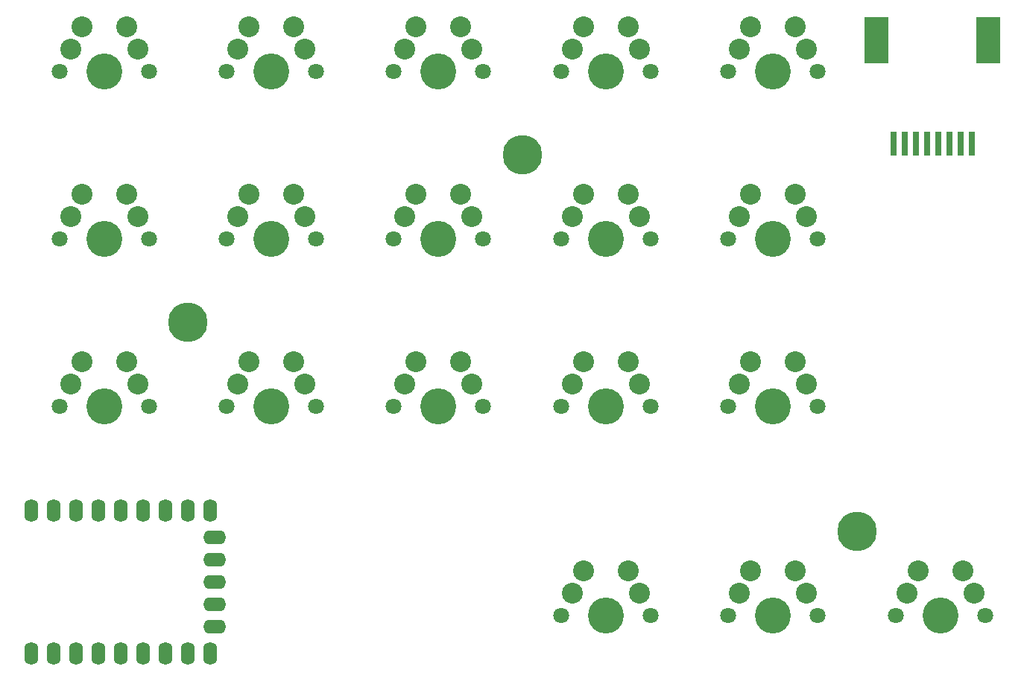
<source format=gts>
%TF.GenerationSoftware,KiCad,Pcbnew,7.0.5*%
%TF.CreationDate,2023-06-08T13:25:01-04:00*%
%TF.ProjectId,atma,61746d61-2e6b-4696-9361-645f70636258,v1.0.0*%
%TF.SameCoordinates,Original*%
%TF.FileFunction,Soldermask,Top*%
%TF.FilePolarity,Negative*%
%FSLAX46Y46*%
G04 Gerber Fmt 4.6, Leading zero omitted, Abs format (unit mm)*
G04 Created by KiCad (PCBNEW 7.0.5) date 2023-06-08 13:25:01*
%MOMM*%
%LPD*%
G01*
G04 APERTURE LIST*
G04 Aperture macros list*
%AMRoundRect*
0 Rectangle with rounded corners*
0 $1 Rounding radius*
0 $2 $3 $4 $5 $6 $7 $8 $9 X,Y pos of 4 corners*
0 Add a 4 corners polygon primitive as box body*
4,1,4,$2,$3,$4,$5,$6,$7,$8,$9,$2,$3,0*
0 Add four circle primitives for the rounded corners*
1,1,$1+$1,$2,$3*
1,1,$1+$1,$4,$5*
1,1,$1+$1,$6,$7*
1,1,$1+$1,$8,$9*
0 Add four rect primitives between the rounded corners*
20,1,$1+$1,$2,$3,$4,$5,0*
20,1,$1+$1,$4,$5,$6,$7,0*
20,1,$1+$1,$6,$7,$8,$9,0*
20,1,$1+$1,$8,$9,$2,$3,0*%
G04 Aperture macros list end*
%ADD10C,4.087800*%
%ADD11C,1.801800*%
%ADD12C,2.386000*%
%ADD13O,1.600000X2.600000*%
%ADD14O,2.600000X1.600000*%
%ADD15RoundRect,0.050000X0.320000X1.270000X-0.320000X1.270000X-0.320000X-1.270000X0.320000X-1.270000X0*%
%ADD16RoundRect,0.050000X1.270000X2.605000X-1.270000X2.605000X-1.270000X-2.605000X1.270000X-2.605000X0*%
%ADD17C,0.800000*%
%ADD18C,4.500000*%
G04 APERTURE END LIST*
D10*
%TO.C,S1*%
X152400000Y-152400000D03*
D11*
X157480000Y-152400000D03*
X147320000Y-152400000D03*
D12*
X154940000Y-147320000D03*
X148590000Y-149860000D03*
X149860000Y-147320000D03*
X156210000Y-149860000D03*
%TD*%
D10*
%TO.C,S2*%
X152400000Y-133350000D03*
D11*
X157480000Y-133350000D03*
X147320000Y-133350000D03*
D12*
X154940000Y-128270000D03*
X148590000Y-130810000D03*
X149860000Y-128270000D03*
X156210000Y-130810000D03*
%TD*%
D10*
%TO.C,S3*%
X152400000Y-114300000D03*
D11*
X157480000Y-114300000D03*
X147320000Y-114300000D03*
D12*
X154940000Y-109220000D03*
X148590000Y-111760000D03*
X149860000Y-109220000D03*
X156210000Y-111760000D03*
%TD*%
D10*
%TO.C,S4*%
X171400000Y-152400000D03*
D11*
X176480000Y-152400000D03*
X166320000Y-152400000D03*
D12*
X173940000Y-147320000D03*
X167590000Y-149860000D03*
X168860000Y-147320000D03*
X175210000Y-149860000D03*
%TD*%
D10*
%TO.C,S5*%
X171400000Y-133350000D03*
D11*
X176480000Y-133350000D03*
X166320000Y-133350000D03*
D12*
X173940000Y-128270000D03*
X167590000Y-130810000D03*
X168860000Y-128270000D03*
X175210000Y-130810000D03*
%TD*%
D10*
%TO.C,S6*%
X171400000Y-114300000D03*
D11*
X176480000Y-114300000D03*
X166320000Y-114300000D03*
D12*
X173940000Y-109220000D03*
X167590000Y-111760000D03*
X168860000Y-109220000D03*
X175210000Y-111760000D03*
%TD*%
D10*
%TO.C,S7*%
X190400000Y-152400000D03*
D11*
X195480000Y-152400000D03*
X185320000Y-152400000D03*
D12*
X192940000Y-147320000D03*
X186590000Y-149860000D03*
X187860000Y-147320000D03*
X194210000Y-149860000D03*
%TD*%
D10*
%TO.C,S8*%
X190400000Y-133350000D03*
D11*
X195480000Y-133350000D03*
X185320000Y-133350000D03*
D12*
X192940000Y-128270000D03*
X186590000Y-130810000D03*
X187860000Y-128270000D03*
X194210000Y-130810000D03*
%TD*%
D10*
%TO.C,S9*%
X190400000Y-114300000D03*
D11*
X195480000Y-114300000D03*
X185320000Y-114300000D03*
D12*
X192940000Y-109220000D03*
X186590000Y-111760000D03*
X187860000Y-109220000D03*
X194210000Y-111760000D03*
%TD*%
D10*
%TO.C,S10*%
X209400000Y-152400000D03*
D11*
X214480000Y-152400000D03*
X204320000Y-152400000D03*
D12*
X211940000Y-147320000D03*
X205590000Y-149860000D03*
X206860000Y-147320000D03*
X213210000Y-149860000D03*
%TD*%
D10*
%TO.C,S11*%
X209400000Y-133350000D03*
D11*
X214480000Y-133350000D03*
X204320000Y-133350000D03*
D12*
X211940000Y-128270000D03*
X205590000Y-130810000D03*
X206860000Y-128270000D03*
X213210000Y-130810000D03*
%TD*%
D10*
%TO.C,S12*%
X209400000Y-114300000D03*
D11*
X214480000Y-114300000D03*
X204320000Y-114300000D03*
D12*
X211940000Y-109220000D03*
X205590000Y-111760000D03*
X206860000Y-109220000D03*
X213210000Y-111760000D03*
%TD*%
D10*
%TO.C,S13*%
X228400000Y-152400000D03*
D11*
X233480000Y-152400000D03*
X223320000Y-152400000D03*
D12*
X230940000Y-147320000D03*
X224590000Y-149860000D03*
X225860000Y-147320000D03*
X232210000Y-149860000D03*
%TD*%
D10*
%TO.C,S14*%
X228400000Y-133350000D03*
D11*
X233480000Y-133350000D03*
X223320000Y-133350000D03*
D12*
X230940000Y-128270000D03*
X224590000Y-130810000D03*
X225860000Y-128270000D03*
X232210000Y-130810000D03*
%TD*%
D10*
%TO.C,S15*%
X228400000Y-114300000D03*
D11*
X233480000Y-114300000D03*
X223320000Y-114300000D03*
D12*
X230940000Y-109220000D03*
X224590000Y-111760000D03*
X225860000Y-109220000D03*
X232210000Y-111760000D03*
%TD*%
D10*
%TO.C,S16*%
X209400000Y-176212500D03*
D11*
X214480000Y-176212500D03*
X204320000Y-176212500D03*
D12*
X211940000Y-171132500D03*
X205590000Y-173672500D03*
X206860000Y-171132500D03*
X213210000Y-173672500D03*
%TD*%
D10*
%TO.C,S17*%
X228400000Y-176212500D03*
D11*
X233480000Y-176212500D03*
X223320000Y-176212500D03*
D12*
X230940000Y-171132500D03*
X224590000Y-173672500D03*
X225860000Y-171132500D03*
X232210000Y-173672500D03*
%TD*%
D10*
%TO.C,S18*%
X247400000Y-176212500D03*
D11*
X252480000Y-176212500D03*
X242320000Y-176212500D03*
D12*
X249940000Y-171132500D03*
X243590000Y-173672500D03*
X244860000Y-171132500D03*
X251210000Y-173672500D03*
%TD*%
D13*
%TO.C,*%
X144145000Y-164282500D03*
X146685000Y-164282500D03*
X149225000Y-164282500D03*
X151765000Y-164282500D03*
X154305000Y-164282500D03*
X156845000Y-164282500D03*
X159385000Y-164282500D03*
X161925000Y-164282500D03*
X164465000Y-164282500D03*
D14*
X164965000Y-167322500D03*
X164965000Y-169862500D03*
X164965000Y-172402500D03*
X164965000Y-174942500D03*
X164965000Y-177482500D03*
D13*
X164465000Y-180522500D03*
X161925000Y-180522500D03*
X159385000Y-180522500D03*
X156845000Y-180522500D03*
X154305000Y-180522500D03*
X151765000Y-180522500D03*
X149225000Y-180522500D03*
X146685000Y-180522500D03*
X144145000Y-180522500D03*
%TD*%
D15*
%TO.C,*%
X250942500Y-122559500D03*
X249672500Y-122559500D03*
X248402500Y-122559500D03*
X247132500Y-122559500D03*
X245862500Y-122559500D03*
X244592500Y-122559500D03*
X243322500Y-122559500D03*
X242052500Y-122559500D03*
D16*
X252847500Y-110784500D03*
X240147500Y-110784500D03*
%TD*%
D17*
%TO.C,_3*%
X163091726Y-144041726D03*
D18*
X161925000Y-142875000D03*
D17*
X161925000Y-144525000D03*
X163091726Y-141708274D03*
X160275000Y-142875000D03*
X160758274Y-141708274D03*
X160758274Y-144041726D03*
X163575000Y-142875000D03*
X161925000Y-141225000D03*
%TD*%
%TO.C,_4*%
X201091726Y-124991726D03*
D18*
X199925000Y-123825000D03*
D17*
X199925000Y-125475000D03*
X201091726Y-122658274D03*
X198275000Y-123825000D03*
X198758274Y-122658274D03*
X198758274Y-124991726D03*
X201575000Y-123825000D03*
X199925000Y-122175000D03*
%TD*%
%TO.C,_5*%
X239091726Y-167854226D03*
D18*
X237925000Y-166687500D03*
D17*
X237925000Y-168337500D03*
X239091726Y-165520774D03*
X236275000Y-166687500D03*
X236758274Y-165520774D03*
X236758274Y-167854226D03*
X239575000Y-166687500D03*
X237925000Y-165037500D03*
%TD*%
M02*

</source>
